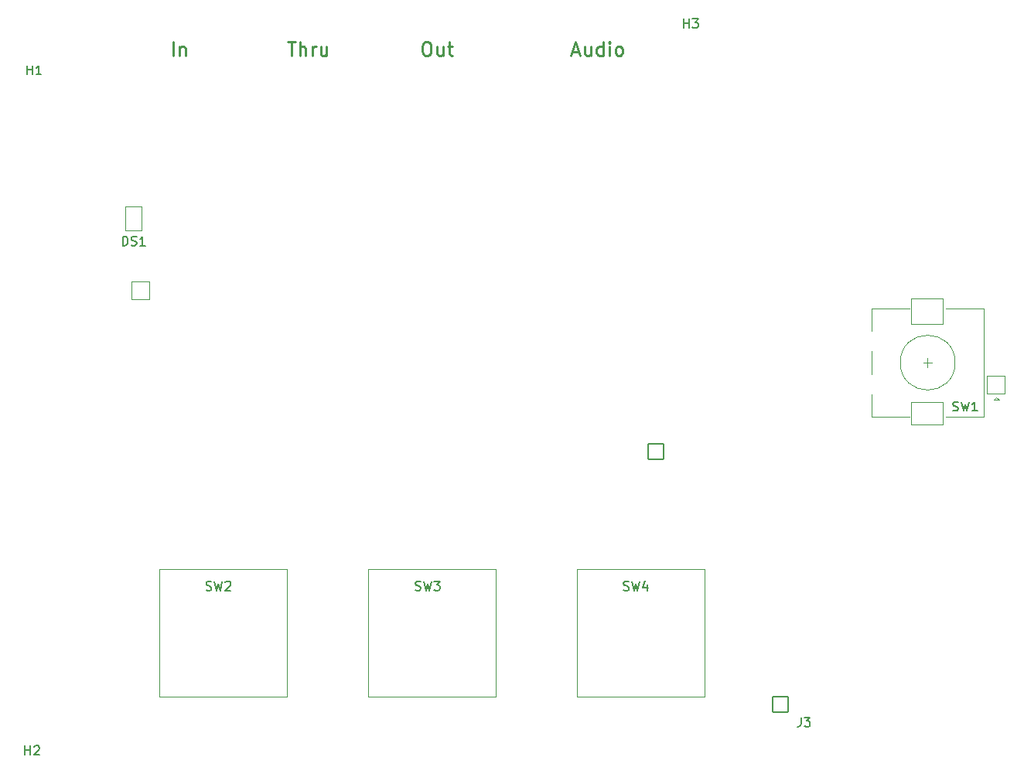
<source format=gto>
G04 #@! TF.GenerationSoftware,KiCad,Pcbnew,6.0.11*
G04 #@! TF.CreationDate,2024-07-23T18:36:50-05:00*
G04 #@! TF.ProjectId,minidexed,6d696e69-6465-4786-9564-2e6b69636164,rev?*
G04 #@! TF.SameCoordinates,Original*
G04 #@! TF.FileFunction,Legend,Top*
G04 #@! TF.FilePolarity,Positive*
%FSLAX46Y46*%
G04 Gerber Fmt 4.6, Leading zero omitted, Abs format (unit mm)*
G04 Created by KiCad (PCBNEW 6.0.11) date 2024-07-23 18:36:50*
%MOMM*%
%LPD*%
G01*
G04 APERTURE LIST*
G04 Aperture macros list*
%AMRoundRect*
0 Rectangle with rounded corners*
0 $1 Rounding radius*
0 $2 $3 $4 $5 $6 $7 $8 $9 X,Y pos of 4 corners*
0 Add a 4 corners polygon primitive as box body*
4,1,4,$2,$3,$4,$5,$6,$7,$8,$9,$2,$3,0*
0 Add four circle primitives for the rounded corners*
1,1,$1+$1,$2,$3*
1,1,$1+$1,$4,$5*
1,1,$1+$1,$6,$7*
1,1,$1+$1,$8,$9*
0 Add four rect primitives between the rounded corners*
20,1,$1+$1,$2,$3,$4,$5,0*
20,1,$1+$1,$4,$5,$6,$7,0*
20,1,$1+$1,$6,$7,$8,$9,0*
20,1,$1+$1,$8,$9,$2,$3,0*%
G04 Aperture macros list end*
%ADD10C,0.250000*%
%ADD11C,0.150000*%
%ADD12C,0.120000*%
%ADD13C,2.800000*%
%ADD14C,1.800000*%
%ADD15C,4.100000*%
%ADD16C,2.300000*%
%ADD17C,3.100000*%
%ADD18RoundRect,0.050000X-0.900000X-1.300000X0.900000X-1.300000X0.900000X1.300000X-0.900000X1.300000X0*%
%ADD19O,1.900000X2.700000*%
%ADD20RoundRect,0.050000X1.000000X1.000000X-1.000000X1.000000X-1.000000X-1.000000X1.000000X-1.000000X0*%
%ADD21C,2.100000*%
%ADD22RoundRect,0.050000X1.750000X1.250000X-1.750000X1.250000X-1.750000X-1.250000X1.750000X-1.250000X0*%
%ADD23RoundRect,0.050000X1.750000X1.400000X-1.750000X1.400000X-1.750000X-1.400000X1.750000X-1.400000X0*%
%ADD24RoundRect,0.050000X0.850000X0.850000X-0.850000X0.850000X-0.850000X-0.850000X0.850000X-0.850000X0*%
%ADD25O,1.800000X1.800000*%
%ADD26RoundRect,0.050000X-0.850000X0.850000X-0.850000X-0.850000X0.850000X-0.850000X0.850000X0.850000X0*%
G04 APERTURE END LIST*
D10*
X107421428Y-60978571D02*
X107421428Y-59478571D01*
X108135714Y-59978571D02*
X108135714Y-60978571D01*
X108135714Y-60121428D02*
X108207142Y-60050000D01*
X108350000Y-59978571D01*
X108564285Y-59978571D01*
X108707142Y-60050000D01*
X108778571Y-60192857D01*
X108778571Y-60978571D01*
X151150000Y-60550000D02*
X151864285Y-60550000D01*
X151007142Y-60978571D02*
X151507142Y-59478571D01*
X152007142Y-60978571D01*
X153150000Y-59978571D02*
X153150000Y-60978571D01*
X152507142Y-59978571D02*
X152507142Y-60764285D01*
X152578571Y-60907142D01*
X152721428Y-60978571D01*
X152935714Y-60978571D01*
X153078571Y-60907142D01*
X153150000Y-60835714D01*
X154507142Y-60978571D02*
X154507142Y-59478571D01*
X154507142Y-60907142D02*
X154364285Y-60978571D01*
X154078571Y-60978571D01*
X153935714Y-60907142D01*
X153864285Y-60835714D01*
X153792857Y-60692857D01*
X153792857Y-60264285D01*
X153864285Y-60121428D01*
X153935714Y-60050000D01*
X154078571Y-59978571D01*
X154364285Y-59978571D01*
X154507142Y-60050000D01*
X155221428Y-60978571D02*
X155221428Y-59978571D01*
X155221428Y-59478571D02*
X155150000Y-59550000D01*
X155221428Y-59621428D01*
X155292857Y-59550000D01*
X155221428Y-59478571D01*
X155221428Y-59621428D01*
X156150000Y-60978571D02*
X156007142Y-60907142D01*
X155935714Y-60835714D01*
X155864285Y-60692857D01*
X155864285Y-60264285D01*
X155935714Y-60121428D01*
X156007142Y-60050000D01*
X156150000Y-59978571D01*
X156364285Y-59978571D01*
X156507142Y-60050000D01*
X156578571Y-60121428D01*
X156650000Y-60264285D01*
X156650000Y-60692857D01*
X156578571Y-60835714D01*
X156507142Y-60907142D01*
X156364285Y-60978571D01*
X156150000Y-60978571D01*
X119950000Y-59478571D02*
X120807142Y-59478571D01*
X120378571Y-60978571D02*
X120378571Y-59478571D01*
X121307142Y-60978571D02*
X121307142Y-59478571D01*
X121950000Y-60978571D02*
X121950000Y-60192857D01*
X121878571Y-60050000D01*
X121735714Y-59978571D01*
X121521428Y-59978571D01*
X121378571Y-60050000D01*
X121307142Y-60121428D01*
X122664285Y-60978571D02*
X122664285Y-59978571D01*
X122664285Y-60264285D02*
X122735714Y-60121428D01*
X122807142Y-60050000D01*
X122950000Y-59978571D01*
X123092857Y-59978571D01*
X124235714Y-59978571D02*
X124235714Y-60978571D01*
X123592857Y-59978571D02*
X123592857Y-60764285D01*
X123664285Y-60907142D01*
X123807142Y-60978571D01*
X124021428Y-60978571D01*
X124164285Y-60907142D01*
X124235714Y-60835714D01*
X135050000Y-59478571D02*
X135335714Y-59478571D01*
X135478571Y-59550000D01*
X135621428Y-59692857D01*
X135692857Y-59978571D01*
X135692857Y-60478571D01*
X135621428Y-60764285D01*
X135478571Y-60907142D01*
X135335714Y-60978571D01*
X135050000Y-60978571D01*
X134907142Y-60907142D01*
X134764285Y-60764285D01*
X134692857Y-60478571D01*
X134692857Y-59978571D01*
X134764285Y-59692857D01*
X134907142Y-59550000D01*
X135050000Y-59478571D01*
X136978571Y-59978571D02*
X136978571Y-60978571D01*
X136335714Y-59978571D02*
X136335714Y-60764285D01*
X136407142Y-60907142D01*
X136550000Y-60978571D01*
X136764285Y-60978571D01*
X136907142Y-60907142D01*
X136978571Y-60835714D01*
X137478571Y-59978571D02*
X138050000Y-59978571D01*
X137692857Y-59478571D02*
X137692857Y-60764285D01*
X137764285Y-60907142D01*
X137907142Y-60978571D01*
X138050000Y-60978571D01*
D11*
X163338095Y-57952380D02*
X163338095Y-56952380D01*
X163338095Y-57428571D02*
X163909523Y-57428571D01*
X163909523Y-57952380D02*
X163909523Y-56952380D01*
X164290476Y-56952380D02*
X164909523Y-56952380D01*
X164576190Y-57333333D01*
X164719047Y-57333333D01*
X164814285Y-57380952D01*
X164861904Y-57428571D01*
X164909523Y-57523809D01*
X164909523Y-57761904D01*
X164861904Y-57857142D01*
X164814285Y-57904761D01*
X164719047Y-57952380D01*
X164433333Y-57952380D01*
X164338095Y-57904761D01*
X164290476Y-57857142D01*
X111066666Y-119504761D02*
X111209523Y-119552380D01*
X111447619Y-119552380D01*
X111542857Y-119504761D01*
X111590476Y-119457142D01*
X111638095Y-119361904D01*
X111638095Y-119266666D01*
X111590476Y-119171428D01*
X111542857Y-119123809D01*
X111447619Y-119076190D01*
X111257142Y-119028571D01*
X111161904Y-118980952D01*
X111114285Y-118933333D01*
X111066666Y-118838095D01*
X111066666Y-118742857D01*
X111114285Y-118647619D01*
X111161904Y-118600000D01*
X111257142Y-118552380D01*
X111495238Y-118552380D01*
X111638095Y-118600000D01*
X111971428Y-118552380D02*
X112209523Y-119552380D01*
X112400000Y-118838095D01*
X112590476Y-119552380D01*
X112828571Y-118552380D01*
X113161904Y-118647619D02*
X113209523Y-118600000D01*
X113304761Y-118552380D01*
X113542857Y-118552380D01*
X113638095Y-118600000D01*
X113685714Y-118647619D01*
X113733333Y-118742857D01*
X113733333Y-118838095D01*
X113685714Y-118980952D01*
X113114285Y-119552380D01*
X113733333Y-119552380D01*
X101913714Y-81778880D02*
X101913714Y-80778880D01*
X102151809Y-80778880D01*
X102294666Y-80826500D01*
X102389904Y-80921738D01*
X102437523Y-81016976D01*
X102485142Y-81207452D01*
X102485142Y-81350309D01*
X102437523Y-81540785D01*
X102389904Y-81636023D01*
X102294666Y-81731261D01*
X102151809Y-81778880D01*
X101913714Y-81778880D01*
X102866095Y-81731261D02*
X103008952Y-81778880D01*
X103247047Y-81778880D01*
X103342285Y-81731261D01*
X103389904Y-81683642D01*
X103437523Y-81588404D01*
X103437523Y-81493166D01*
X103389904Y-81397928D01*
X103342285Y-81350309D01*
X103247047Y-81302690D01*
X103056571Y-81255071D01*
X102961333Y-81207452D01*
X102913714Y-81159833D01*
X102866095Y-81064595D01*
X102866095Y-80969357D01*
X102913714Y-80874119D01*
X102961333Y-80826500D01*
X103056571Y-80778880D01*
X103294666Y-80778880D01*
X103437523Y-80826500D01*
X104389904Y-81778880D02*
X103818476Y-81778880D01*
X104104190Y-81778880D02*
X104104190Y-80778880D01*
X104008952Y-80921738D01*
X103913714Y-81016976D01*
X103818476Y-81064595D01*
X192815866Y-99843561D02*
X192958723Y-99891180D01*
X193196819Y-99891180D01*
X193292057Y-99843561D01*
X193339676Y-99795942D01*
X193387295Y-99700704D01*
X193387295Y-99605466D01*
X193339676Y-99510228D01*
X193292057Y-99462609D01*
X193196819Y-99414990D01*
X193006342Y-99367371D01*
X192911104Y-99319752D01*
X192863485Y-99272133D01*
X192815866Y-99176895D01*
X192815866Y-99081657D01*
X192863485Y-98986419D01*
X192911104Y-98938800D01*
X193006342Y-98891180D01*
X193244438Y-98891180D01*
X193387295Y-98938800D01*
X193720628Y-98891180D02*
X193958723Y-99891180D01*
X194149200Y-99176895D01*
X194339676Y-99891180D01*
X194577771Y-98891180D01*
X195482533Y-99891180D02*
X194911104Y-99891180D01*
X195196819Y-99891180D02*
X195196819Y-98891180D01*
X195101580Y-99034038D01*
X195006342Y-99129276D01*
X194911104Y-99176895D01*
X133966666Y-119504761D02*
X134109523Y-119552380D01*
X134347619Y-119552380D01*
X134442857Y-119504761D01*
X134490476Y-119457142D01*
X134538095Y-119361904D01*
X134538095Y-119266666D01*
X134490476Y-119171428D01*
X134442857Y-119123809D01*
X134347619Y-119076190D01*
X134157142Y-119028571D01*
X134061904Y-118980952D01*
X134014285Y-118933333D01*
X133966666Y-118838095D01*
X133966666Y-118742857D01*
X134014285Y-118647619D01*
X134061904Y-118600000D01*
X134157142Y-118552380D01*
X134395238Y-118552380D01*
X134538095Y-118600000D01*
X134871428Y-118552380D02*
X135109523Y-119552380D01*
X135300000Y-118838095D01*
X135490476Y-119552380D01*
X135728571Y-118552380D01*
X136014285Y-118552380D02*
X136633333Y-118552380D01*
X136300000Y-118933333D01*
X136442857Y-118933333D01*
X136538095Y-118980952D01*
X136585714Y-119028571D01*
X136633333Y-119123809D01*
X136633333Y-119361904D01*
X136585714Y-119457142D01*
X136538095Y-119504761D01*
X136442857Y-119552380D01*
X136157142Y-119552380D01*
X136061904Y-119504761D01*
X136014285Y-119457142D01*
X91238095Y-137552380D02*
X91238095Y-136552380D01*
X91238095Y-137028571D02*
X91809523Y-137028571D01*
X91809523Y-137552380D02*
X91809523Y-136552380D01*
X92238095Y-136647619D02*
X92285714Y-136600000D01*
X92380952Y-136552380D01*
X92619047Y-136552380D01*
X92714285Y-136600000D01*
X92761904Y-136647619D01*
X92809523Y-136742857D01*
X92809523Y-136838095D01*
X92761904Y-136980952D01*
X92190476Y-137552380D01*
X92809523Y-137552380D01*
X156766666Y-119504761D02*
X156909523Y-119552380D01*
X157147619Y-119552380D01*
X157242857Y-119504761D01*
X157290476Y-119457142D01*
X157338095Y-119361904D01*
X157338095Y-119266666D01*
X157290476Y-119171428D01*
X157242857Y-119123809D01*
X157147619Y-119076190D01*
X156957142Y-119028571D01*
X156861904Y-118980952D01*
X156814285Y-118933333D01*
X156766666Y-118838095D01*
X156766666Y-118742857D01*
X156814285Y-118647619D01*
X156861904Y-118600000D01*
X156957142Y-118552380D01*
X157195238Y-118552380D01*
X157338095Y-118600000D01*
X157671428Y-118552380D02*
X157909523Y-119552380D01*
X158100000Y-118838095D01*
X158290476Y-119552380D01*
X158528571Y-118552380D01*
X159338095Y-118885714D02*
X159338095Y-119552380D01*
X159100000Y-118504761D02*
X158861904Y-119219047D01*
X159480952Y-119219047D01*
X176166666Y-133452380D02*
X176166666Y-134166666D01*
X176119047Y-134309523D01*
X176023809Y-134404761D01*
X175880952Y-134452380D01*
X175785714Y-134452380D01*
X176547619Y-133452380D02*
X177166666Y-133452380D01*
X176833333Y-133833333D01*
X176976190Y-133833333D01*
X177071428Y-133880952D01*
X177119047Y-133928571D01*
X177166666Y-134023809D01*
X177166666Y-134261904D01*
X177119047Y-134357142D01*
X177071428Y-134404761D01*
X176976190Y-134452380D01*
X176690476Y-134452380D01*
X176595238Y-134404761D01*
X176547619Y-134357142D01*
X91438095Y-63052380D02*
X91438095Y-62052380D01*
X91438095Y-62528571D02*
X92009523Y-62528571D01*
X92009523Y-63052380D02*
X92009523Y-62052380D01*
X93009523Y-63052380D02*
X92438095Y-63052380D01*
X92723809Y-63052380D02*
X92723809Y-62052380D01*
X92628571Y-62195238D01*
X92533333Y-62290476D01*
X92438095Y-62338095D01*
D12*
X105915000Y-131185000D02*
X105915000Y-117215000D01*
X105915000Y-117215000D02*
X119885000Y-117215000D01*
X119885000Y-117215000D02*
X119885000Y-131185000D01*
X119885000Y-131185000D02*
X105915000Y-131185000D01*
X196150000Y-100500000D02*
X196150000Y-88700000D01*
X190550000Y-94600000D02*
X189550000Y-94600000D01*
X197250000Y-98700000D02*
X197550000Y-98400000D01*
X192050000Y-100500000D02*
X196150000Y-100500000D01*
X197550000Y-98400000D02*
X197850000Y-98700000D01*
X183950000Y-88700000D02*
X188050000Y-88700000D01*
X188050000Y-100500000D02*
X183950000Y-100500000D01*
X183950000Y-95900000D02*
X183950000Y-93300000D01*
X183950000Y-100500000D02*
X183950000Y-98100000D01*
X183950000Y-91100000D02*
X183950000Y-88700000D01*
X192050000Y-88700000D02*
X196150000Y-88700000D01*
X190050000Y-95100000D02*
X190050000Y-94100000D01*
X197850000Y-98700000D02*
X197250000Y-98700000D01*
X193050000Y-94600000D02*
G75*
G03*
X193050000Y-94600000I-3000000J0D01*
G01*
X142735000Y-117215000D02*
X142735000Y-131185000D01*
X128765000Y-131185000D02*
X128765000Y-117215000D01*
X128765000Y-117215000D02*
X142735000Y-117215000D01*
X142735000Y-131185000D02*
X128765000Y-131185000D01*
X151615000Y-131185000D02*
X151615000Y-117215000D01*
X165585000Y-131185000D02*
X151615000Y-131185000D01*
X165585000Y-117215000D02*
X165585000Y-131185000D01*
X151615000Y-117215000D02*
X165585000Y-117215000D01*
%LPC*%
D13*
X164100000Y-62700000D03*
D14*
X107820000Y-124200000D03*
D15*
X112900000Y-124200000D03*
D14*
X117980000Y-124200000D03*
D16*
X115440000Y-119120000D03*
X109090000Y-121660000D03*
D17*
X97628900Y-109877200D03*
X97628900Y-78876500D03*
D18*
X103128000Y-78876500D03*
D19*
X105668000Y-78876500D03*
X108208000Y-78876500D03*
X110748000Y-78876500D03*
X113288000Y-78876500D03*
X115828000Y-78876500D03*
X118368000Y-78876500D03*
X120908000Y-78876500D03*
X123448000Y-78876500D03*
X125988000Y-78876500D03*
X128528000Y-78876500D03*
X131068000Y-78876500D03*
X133608000Y-78876500D03*
X136148000Y-78876500D03*
X138688000Y-78876500D03*
X141228000Y-78876500D03*
D20*
X197550000Y-97100000D03*
D21*
X197550000Y-92100000D03*
X197550000Y-94600000D03*
D22*
X190050000Y-100200000D03*
D23*
X190050000Y-89000000D03*
D21*
X183050000Y-92100000D03*
X183050000Y-97100000D03*
D14*
X130670000Y-124200000D03*
X140830000Y-124200000D03*
D15*
X135750000Y-124200000D03*
D16*
X138290000Y-119120000D03*
X131940000Y-121660000D03*
D13*
X97900000Y-137000000D03*
D14*
X153520000Y-124200000D03*
D15*
X158600000Y-124200000D03*
D14*
X163680000Y-124200000D03*
D16*
X161140000Y-119120000D03*
X154790000Y-121660000D03*
D13*
X172618400Y-136892400D03*
X221618400Y-78892400D03*
X172618400Y-78892400D03*
X221618400Y-136892400D03*
D24*
X173918400Y-132042400D03*
D25*
X171378400Y-132042400D03*
X173918400Y-129502400D03*
X171378400Y-129502400D03*
X173918400Y-126962400D03*
X171378400Y-126962400D03*
X173918400Y-124422400D03*
X171378400Y-124422400D03*
X173918400Y-121882400D03*
X171378400Y-121882400D03*
X173918400Y-119342400D03*
X171378400Y-119342400D03*
X173918400Y-116802400D03*
X171378400Y-116802400D03*
X173918400Y-114262400D03*
X171378400Y-114262400D03*
X173918400Y-111722400D03*
X171378400Y-111722400D03*
X173918400Y-109182400D03*
X171378400Y-109182400D03*
X173918400Y-106642400D03*
X171378400Y-106642400D03*
X173918400Y-104102400D03*
X171378400Y-104102400D03*
X173918400Y-101562400D03*
X171378400Y-101562400D03*
X173918400Y-99022400D03*
X171378400Y-99022400D03*
X173918400Y-96482400D03*
X171378400Y-96482400D03*
X173918400Y-93942400D03*
X171378400Y-93942400D03*
X173918400Y-91402400D03*
X171378400Y-91402400D03*
X173918400Y-88862400D03*
X171378400Y-88862400D03*
X173918400Y-86322400D03*
X171378400Y-86322400D03*
X173918400Y-83782400D03*
X171378400Y-83782400D03*
D13*
X97900000Y-62700000D03*
D21*
X122205000Y-62404000D03*
X117125000Y-67484000D03*
X119665000Y-67484000D03*
X124745000Y-67484000D03*
X127285000Y-67484000D03*
D20*
X103900000Y-86760000D03*
D21*
X101400000Y-91760000D03*
X98900000Y-86760000D03*
D26*
X160325000Y-104300000D03*
D25*
X162865000Y-104300000D03*
D21*
X136302000Y-62404000D03*
X131222000Y-67484000D03*
X133762000Y-67484000D03*
X138842000Y-67484000D03*
X141382000Y-67484000D03*
X108108000Y-62404000D03*
X103028000Y-67484000D03*
X105568000Y-67484000D03*
X110648000Y-67484000D03*
X113188000Y-67484000D03*
X153905000Y-62420000D03*
X148825000Y-67500000D03*
X151365000Y-67500000D03*
X156445000Y-67500000D03*
X158985000Y-67500000D03*
M02*

</source>
